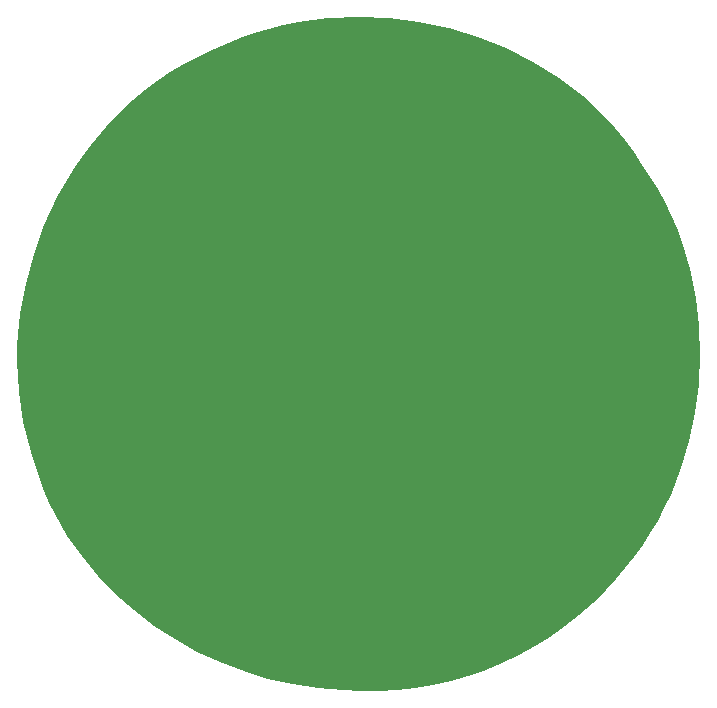
<source format=gbr>
%TF.GenerationSoftware,KiCad,Pcbnew,8.0.5-8.0.5-0~ubuntu22.04.1*%
%TF.CreationDate,2024-10-15T22:57:18-04:00*%
%TF.ProjectId,eclipse_sao_v1,65636c69-7073-4655-9f73-616f5f76312e,rev?*%
%TF.SameCoordinates,Original*%
%TF.FileFunction,Copper,L1,Top*%
%TF.FilePolarity,Positive*%
%FSLAX46Y46*%
G04 Gerber Fmt 4.6, Leading zero omitted, Abs format (unit mm)*
G04 Created by KiCad (PCBNEW 8.0.5-8.0.5-0~ubuntu22.04.1) date 2024-10-15 22:57:18*
%MOMM*%
%LPD*%
G01*
G04 APERTURE LIST*
G04 Aperture macros list*
%AMRoundRect*
0 Rectangle with rounded corners*
0 $1 Rounding radius*
0 $2 $3 $4 $5 $6 $7 $8 $9 X,Y pos of 4 corners*
0 Add a 4 corners polygon primitive as box body*
4,1,4,$2,$3,$4,$5,$6,$7,$8,$9,$2,$3,0*
0 Add four circle primitives for the rounded corners*
1,1,$1+$1,$2,$3*
1,1,$1+$1,$4,$5*
1,1,$1+$1,$6,$7*
1,1,$1+$1,$8,$9*
0 Add four rect primitives between the rounded corners*
20,1,$1+$1,$2,$3,$4,$5,0*
20,1,$1+$1,$4,$5,$6,$7,0*
20,1,$1+$1,$6,$7,$8,$9,0*
20,1,$1+$1,$8,$9,$2,$3,0*%
G04 Aperture macros list end*
%TA.AperFunction,NonConductor*%
%ADD10C,0.000000*%
%TD*%
%TA.AperFunction,ComponentPad*%
%ADD11RoundRect,0.250000X-0.600000X0.600000X-0.600000X-0.600000X0.600000X-0.600000X0.600000X0.600000X0*%
%TD*%
%TA.AperFunction,ComponentPad*%
%ADD12C,1.700000*%
%TD*%
G04 APERTURE END LIST*
D10*
%TA.AperFunction,NonConductor*%
G36*
X64020120Y-18373208D02*
G01*
X66574911Y-18694930D01*
X69092284Y-19230264D01*
X71552174Y-19975908D01*
X73934518Y-20928555D01*
X76219251Y-22084902D01*
X77318743Y-22738430D01*
X78386309Y-23441643D01*
X79419440Y-24194129D01*
X80415629Y-24995474D01*
X81372367Y-25845266D01*
X82287146Y-26743090D01*
X83157459Y-27688535D01*
X83980797Y-28681187D01*
X84754652Y-29720633D01*
X85476517Y-30806459D01*
X86159129Y-31828041D01*
X86790056Y-32878162D01*
X87369435Y-33954627D01*
X87897402Y-35055244D01*
X88374094Y-36177819D01*
X88799647Y-37320159D01*
X89497883Y-39655359D01*
X89993203Y-42043298D01*
X90286698Y-44466428D01*
X90379462Y-46907202D01*
X90272586Y-49348074D01*
X89967163Y-51771495D01*
X89464285Y-54159919D01*
X88765044Y-56495798D01*
X87870533Y-58761586D01*
X87350393Y-59862712D01*
X86781844Y-60939736D01*
X86165024Y-61990462D01*
X85500070Y-63012699D01*
X84787117Y-64004253D01*
X84026302Y-64962930D01*
X83217762Y-65886537D01*
X82361633Y-66772881D01*
X81274995Y-67867658D01*
X80127167Y-68893719D01*
X78922595Y-69849697D01*
X77665721Y-70734226D01*
X76360989Y-71545941D01*
X75012842Y-72283475D01*
X73625724Y-72945463D01*
X72204079Y-73530539D01*
X70752350Y-74037336D01*
X69274980Y-74464490D01*
X67776414Y-74810633D01*
X66261094Y-75074401D01*
X64733464Y-75254427D01*
X63197968Y-75349346D01*
X61659049Y-75357791D01*
X60121151Y-75278397D01*
X60121147Y-75278397D01*
X58000746Y-75108442D01*
X55892745Y-74782779D01*
X53808625Y-74305885D01*
X51759867Y-73682238D01*
X49757952Y-72916314D01*
X47814358Y-72012591D01*
X45940569Y-70975546D01*
X44148063Y-69809656D01*
X42448321Y-68519398D01*
X40852825Y-67109249D01*
X39373054Y-65583687D01*
X38020489Y-63947188D01*
X36806612Y-62204231D01*
X36255268Y-61294229D01*
X35742901Y-60359291D01*
X35270946Y-59399977D01*
X34840838Y-58416847D01*
X34454013Y-57410459D01*
X34111904Y-56381374D01*
X33693770Y-55132381D01*
X33341726Y-53866707D01*
X33054868Y-52586970D01*
X32832292Y-51295785D01*
X32673096Y-49995767D01*
X32576374Y-48689531D01*
X32541223Y-47379695D01*
X32566739Y-46068872D01*
X32796157Y-43454730D01*
X33257396Y-40868031D01*
X33943227Y-38329700D01*
X34846416Y-35860661D01*
X35959735Y-33481839D01*
X37275951Y-31214159D01*
X38007886Y-30128535D01*
X38787834Y-29078544D01*
X39614891Y-28066801D01*
X40488153Y-27095920D01*
X41406717Y-26168519D01*
X42369677Y-25287212D01*
X43376131Y-24454615D01*
X44425175Y-23673343D01*
X45515904Y-22946013D01*
X46647415Y-22275240D01*
X47818804Y-21663638D01*
X49029167Y-21113825D01*
X50196522Y-20569759D01*
X51387125Y-20084467D01*
X52598471Y-19657535D01*
X53828049Y-19288551D01*
X55073353Y-18977101D01*
X56331875Y-18722772D01*
X58878537Y-18383825D01*
X61447974Y-18268405D01*
X64020120Y-18373208D01*
G37*
%TD.AperFunction*%
D11*
%TO.P,J101,1,Pin_1*%
%TO.N,+3.3V*%
X59670000Y-64500000D03*
D12*
%TO.P,J101,2,Pin_2*%
%TO.N,GND*%
X59670000Y-67040000D03*
%TO.P,J101,3,Pin_3*%
%TO.N,/SDA*%
X62210000Y-64500000D03*
%TO.P,J101,4,Pin_4*%
%TO.N,/SCL*%
X62210000Y-67040000D03*
%TO.P,J101,5,Pin_5*%
%TO.N,/SAO_GPIO1*%
X64750000Y-64500000D03*
%TO.P,J101,6,Pin_6*%
%TO.N,/SAO_GPIO2*%
X64750000Y-67040000D03*
%TD*%
M02*

</source>
